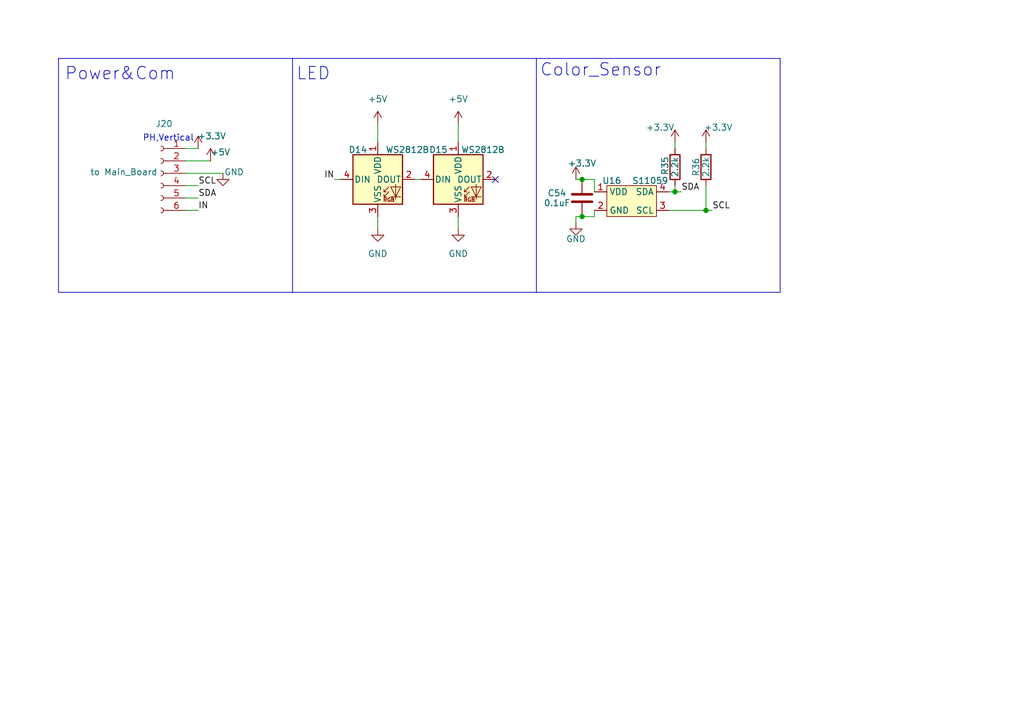
<source format=kicad_sch>
(kicad_sch
	(version 20231120)
	(generator "eeschema")
	(generator_version "8.0")
	(uuid "af9da9f6-09cf-4d17-9933-4f1d5b80b696")
	(paper "A5")
	(lib_symbols
		(symbol "Connector:Conn_01x06_Socket"
			(pin_names
				(offset 1.016) hide)
			(exclude_from_sim no)
			(in_bom yes)
			(on_board yes)
			(property "Reference" "J"
				(at 0 7.62 0)
				(effects
					(font
						(size 1.27 1.27)
					)
				)
			)
			(property "Value" "Conn_01x06_Socket"
				(at 0 -10.16 0)
				(effects
					(font
						(size 1.27 1.27)
					)
				)
			)
			(property "Footprint" ""
				(at 0 0 0)
				(effects
					(font
						(size 1.27 1.27)
					)
					(hide yes)
				)
			)
			(property "Datasheet" "~"
				(at 0 0 0)
				(effects
					(font
						(size 1.27 1.27)
					)
					(hide yes)
				)
			)
			(property "Description" "Generic connector, single row, 01x06, script generated"
				(at 0 0 0)
				(effects
					(font
						(size 1.27 1.27)
					)
					(hide yes)
				)
			)
			(property "ki_locked" ""
				(at 0 0 0)
				(effects
					(font
						(size 1.27 1.27)
					)
				)
			)
			(property "ki_keywords" "connector"
				(at 0 0 0)
				(effects
					(font
						(size 1.27 1.27)
					)
					(hide yes)
				)
			)
			(property "ki_fp_filters" "Connector*:*_1x??_*"
				(at 0 0 0)
				(effects
					(font
						(size 1.27 1.27)
					)
					(hide yes)
				)
			)
			(symbol "Conn_01x06_Socket_1_1"
				(arc
					(start 0 -7.112)
					(mid -0.5058 -7.62)
					(end 0 -8.128)
					(stroke
						(width 0.1524)
						(type default)
					)
					(fill
						(type none)
					)
				)
				(arc
					(start 0 -4.572)
					(mid -0.5058 -5.08)
					(end 0 -5.588)
					(stroke
						(width 0.1524)
						(type default)
					)
					(fill
						(type none)
					)
				)
				(arc
					(start 0 -2.032)
					(mid -0.5058 -2.54)
					(end 0 -3.048)
					(stroke
						(width 0.1524)
						(type default)
					)
					(fill
						(type none)
					)
				)
				(polyline
					(pts
						(xy -1.27 -7.62) (xy -0.508 -7.62)
					)
					(stroke
						(width 0.1524)
						(type default)
					)
					(fill
						(type none)
					)
				)
				(polyline
					(pts
						(xy -1.27 -5.08) (xy -0.508 -5.08)
					)
					(stroke
						(width 0.1524)
						(type default)
					)
					(fill
						(type none)
					)
				)
				(polyline
					(pts
						(xy -1.27 -2.54) (xy -0.508 -2.54)
					)
					(stroke
						(width 0.1524)
						(type default)
					)
					(fill
						(type none)
					)
				)
				(polyline
					(pts
						(xy -1.27 0) (xy -0.508 0)
					)
					(stroke
						(width 0.1524)
						(type default)
					)
					(fill
						(type none)
					)
				)
				(polyline
					(pts
						(xy -1.27 2.54) (xy -0.508 2.54)
					)
					(stroke
						(width 0.1524)
						(type default)
					)
					(fill
						(type none)
					)
				)
				(polyline
					(pts
						(xy -1.27 5.08) (xy -0.508 5.08)
					)
					(stroke
						(width 0.1524)
						(type default)
					)
					(fill
						(type none)
					)
				)
				(arc
					(start 0 0.508)
					(mid -0.5058 0)
					(end 0 -0.508)
					(stroke
						(width 0.1524)
						(type default)
					)
					(fill
						(type none)
					)
				)
				(arc
					(start 0 3.048)
					(mid -0.5058 2.54)
					(end 0 2.032)
					(stroke
						(width 0.1524)
						(type default)
					)
					(fill
						(type none)
					)
				)
				(arc
					(start 0 5.588)
					(mid -0.5058 5.08)
					(end 0 4.572)
					(stroke
						(width 0.1524)
						(type default)
					)
					(fill
						(type none)
					)
				)
				(pin passive line
					(at -5.08 5.08 0)
					(length 3.81)
					(name "Pin_1"
						(effects
							(font
								(size 1.27 1.27)
							)
						)
					)
					(number "1"
						(effects
							(font
								(size 1.27 1.27)
							)
						)
					)
				)
				(pin passive line
					(at -5.08 2.54 0)
					(length 3.81)
					(name "Pin_2"
						(effects
							(font
								(size 1.27 1.27)
							)
						)
					)
					(number "2"
						(effects
							(font
								(size 1.27 1.27)
							)
						)
					)
				)
				(pin passive line
					(at -5.08 0 0)
					(length 3.81)
					(name "Pin_3"
						(effects
							(font
								(size 1.27 1.27)
							)
						)
					)
					(number "3"
						(effects
							(font
								(size 1.27 1.27)
							)
						)
					)
				)
				(pin passive line
					(at -5.08 -2.54 0)
					(length 3.81)
					(name "Pin_4"
						(effects
							(font
								(size 1.27 1.27)
							)
						)
					)
					(number "4"
						(effects
							(font
								(size 1.27 1.27)
							)
						)
					)
				)
				(pin passive line
					(at -5.08 -5.08 0)
					(length 3.81)
					(name "Pin_5"
						(effects
							(font
								(size 1.27 1.27)
							)
						)
					)
					(number "5"
						(effects
							(font
								(size 1.27 1.27)
							)
						)
					)
				)
				(pin passive line
					(at -5.08 -7.62 0)
					(length 3.81)
					(name "Pin_6"
						(effects
							(font
								(size 1.27 1.27)
							)
						)
					)
					(number "6"
						(effects
							(font
								(size 1.27 1.27)
							)
						)
					)
				)
			)
		)
		(symbol "Device:C"
			(pin_numbers hide)
			(pin_names
				(offset 0.254)
			)
			(exclude_from_sim no)
			(in_bom yes)
			(on_board yes)
			(property "Reference" "C"
				(at 0.635 2.54 0)
				(effects
					(font
						(size 1.27 1.27)
					)
					(justify left)
				)
			)
			(property "Value" "C"
				(at 0.635 -2.54 0)
				(effects
					(font
						(size 1.27 1.27)
					)
					(justify left)
				)
			)
			(property "Footprint" ""
				(at 0.9652 -3.81 0)
				(effects
					(font
						(size 1.27 1.27)
					)
					(hide yes)
				)
			)
			(property "Datasheet" "~"
				(at 0 0 0)
				(effects
					(font
						(size 1.27 1.27)
					)
					(hide yes)
				)
			)
			(property "Description" "Unpolarized capacitor"
				(at 0 0 0)
				(effects
					(font
						(size 1.27 1.27)
					)
					(hide yes)
				)
			)
			(property "ki_keywords" "cap capacitor"
				(at 0 0 0)
				(effects
					(font
						(size 1.27 1.27)
					)
					(hide yes)
				)
			)
			(property "ki_fp_filters" "C_*"
				(at 0 0 0)
				(effects
					(font
						(size 1.27 1.27)
					)
					(hide yes)
				)
			)
			(symbol "C_0_1"
				(polyline
					(pts
						(xy -2.032 -0.762) (xy 2.032 -0.762)
					)
					(stroke
						(width 0.508)
						(type default)
					)
					(fill
						(type none)
					)
				)
				(polyline
					(pts
						(xy -2.032 0.762) (xy 2.032 0.762)
					)
					(stroke
						(width 0.508)
						(type default)
					)
					(fill
						(type none)
					)
				)
			)
			(symbol "C_1_1"
				(pin passive line
					(at 0 3.81 270)
					(length 2.794)
					(name "~"
						(effects
							(font
								(size 1.27 1.27)
							)
						)
					)
					(number "1"
						(effects
							(font
								(size 1.27 1.27)
							)
						)
					)
				)
				(pin passive line
					(at 0 -3.81 90)
					(length 2.794)
					(name "~"
						(effects
							(font
								(size 1.27 1.27)
							)
						)
					)
					(number "2"
						(effects
							(font
								(size 1.27 1.27)
							)
						)
					)
				)
			)
		)
		(symbol "Device:R"
			(pin_numbers hide)
			(pin_names
				(offset 0)
			)
			(exclude_from_sim no)
			(in_bom yes)
			(on_board yes)
			(property "Reference" "R"
				(at 2.032 0 90)
				(effects
					(font
						(size 1.27 1.27)
					)
				)
			)
			(property "Value" "R"
				(at 0 0 90)
				(effects
					(font
						(size 1.27 1.27)
					)
				)
			)
			(property "Footprint" ""
				(at -1.778 0 90)
				(effects
					(font
						(size 1.27 1.27)
					)
					(hide yes)
				)
			)
			(property "Datasheet" "~"
				(at 0 0 0)
				(effects
					(font
						(size 1.27 1.27)
					)
					(hide yes)
				)
			)
			(property "Description" "Resistor"
				(at 0 0 0)
				(effects
					(font
						(size 1.27 1.27)
					)
					(hide yes)
				)
			)
			(property "ki_keywords" "R res resistor"
				(at 0 0 0)
				(effects
					(font
						(size 1.27 1.27)
					)
					(hide yes)
				)
			)
			(property "ki_fp_filters" "R_*"
				(at 0 0 0)
				(effects
					(font
						(size 1.27 1.27)
					)
					(hide yes)
				)
			)
			(symbol "R_0_1"
				(rectangle
					(start -1.016 -2.54)
					(end 1.016 2.54)
					(stroke
						(width 0.254)
						(type default)
					)
					(fill
						(type none)
					)
				)
			)
			(symbol "R_1_1"
				(pin passive line
					(at 0 3.81 270)
					(length 1.27)
					(name "~"
						(effects
							(font
								(size 1.27 1.27)
							)
						)
					)
					(number "1"
						(effects
							(font
								(size 1.27 1.27)
							)
						)
					)
				)
				(pin passive line
					(at 0 -3.81 90)
					(length 1.27)
					(name "~"
						(effects
							(font
								(size 1.27 1.27)
							)
						)
					)
					(number "2"
						(effects
							(font
								(size 1.27 1.27)
							)
						)
					)
				)
			)
		)
		(symbol "LED:WS2812B"
			(pin_names
				(offset 0.254)
			)
			(exclude_from_sim no)
			(in_bom yes)
			(on_board yes)
			(property "Reference" "D"
				(at 5.08 5.715 0)
				(effects
					(font
						(size 1.27 1.27)
					)
					(justify right bottom)
				)
			)
			(property "Value" "WS2812B"
				(at 1.27 -5.715 0)
				(effects
					(font
						(size 1.27 1.27)
					)
					(justify left top)
				)
			)
			(property "Footprint" "LED_SMD:LED_WS2812B_PLCC4_5.0x5.0mm_P3.2mm"
				(at 1.27 -7.62 0)
				(effects
					(font
						(size 1.27 1.27)
					)
					(justify left top)
					(hide yes)
				)
			)
			(property "Datasheet" "https://cdn-shop.adafruit.com/datasheets/WS2812B.pdf"
				(at 2.54 -9.525 0)
				(effects
					(font
						(size 1.27 1.27)
					)
					(justify left top)
					(hide yes)
				)
			)
			(property "Description" "RGB LED with integrated controller"
				(at 0 0 0)
				(effects
					(font
						(size 1.27 1.27)
					)
					(hide yes)
				)
			)
			(property "ki_keywords" "RGB LED NeoPixel addressable"
				(at 0 0 0)
				(effects
					(font
						(size 1.27 1.27)
					)
					(hide yes)
				)
			)
			(property "ki_fp_filters" "LED*WS2812*PLCC*5.0x5.0mm*P3.2mm*"
				(at 0 0 0)
				(effects
					(font
						(size 1.27 1.27)
					)
					(hide yes)
				)
			)
			(symbol "WS2812B_0_0"
				(text "RGB"
					(at 2.286 -4.191 0)
					(effects
						(font
							(size 0.762 0.762)
						)
					)
				)
			)
			(symbol "WS2812B_0_1"
				(polyline
					(pts
						(xy 1.27 -3.556) (xy 1.778 -3.556)
					)
					(stroke
						(width 0)
						(type default)
					)
					(fill
						(type none)
					)
				)
				(polyline
					(pts
						(xy 1.27 -2.54) (xy 1.778 -2.54)
					)
					(stroke
						(width 0)
						(type default)
					)
					(fill
						(type none)
					)
				)
				(polyline
					(pts
						(xy 4.699 -3.556) (xy 2.667 -3.556)
					)
					(stroke
						(width 0)
						(type default)
					)
					(fill
						(type none)
					)
				)
				(polyline
					(pts
						(xy 2.286 -2.54) (xy 1.27 -3.556) (xy 1.27 -3.048)
					)
					(stroke
						(width 0)
						(type default)
					)
					(fill
						(type none)
					)
				)
				(polyline
					(pts
						(xy 2.286 -1.524) (xy 1.27 -2.54) (xy 1.27 -2.032)
					)
					(stroke
						(width 0)
						(type default)
					)
					(fill
						(type none)
					)
				)
				(polyline
					(pts
						(xy 3.683 -1.016) (xy 3.683 -3.556) (xy 3.683 -4.064)
					)
					(stroke
						(width 0)
						(type default)
					)
					(fill
						(type none)
					)
				)
				(polyline
					(pts
						(xy 4.699 -1.524) (xy 2.667 -1.524) (xy 3.683 -3.556) (xy 4.699 -1.524)
					)
					(stroke
						(width 0)
						(type default)
					)
					(fill
						(type none)
					)
				)
				(rectangle
					(start 5.08 5.08)
					(end -5.08 -5.08)
					(stroke
						(width 0.254)
						(type default)
					)
					(fill
						(type background)
					)
				)
			)
			(symbol "WS2812B_1_1"
				(pin power_in line
					(at 0 7.62 270)
					(length 2.54)
					(name "VDD"
						(effects
							(font
								(size 1.27 1.27)
							)
						)
					)
					(number "1"
						(effects
							(font
								(size 1.27 1.27)
							)
						)
					)
				)
				(pin output line
					(at 7.62 0 180)
					(length 2.54)
					(name "DOUT"
						(effects
							(font
								(size 1.27 1.27)
							)
						)
					)
					(number "2"
						(effects
							(font
								(size 1.27 1.27)
							)
						)
					)
				)
				(pin power_in line
					(at 0 -7.62 90)
					(length 2.54)
					(name "VSS"
						(effects
							(font
								(size 1.27 1.27)
							)
						)
					)
					(number "3"
						(effects
							(font
								(size 1.27 1.27)
							)
						)
					)
				)
				(pin input line
					(at -7.62 0 0)
					(length 2.54)
					(name "DIN"
						(effects
							(font
								(size 1.27 1.27)
							)
						)
					)
					(number "4"
						(effects
							(font
								(size 1.27 1.27)
							)
						)
					)
				)
			)
		)
		(symbol "S11059:S11059"
			(exclude_from_sim no)
			(in_bom yes)
			(on_board yes)
			(property "Reference" "U"
				(at 0 3.556 0)
				(effects
					(font
						(size 1.27 1.27)
					)
				)
			)
			(property "Value" "S11059"
				(at 0 1.016 0)
				(effects
					(font
						(size 1.27 1.27)
					)
				)
			)
			(property "Footprint" ""
				(at 0 0 0)
				(effects
					(font
						(size 1.27 1.27)
					)
					(hide yes)
				)
			)
			(property "Datasheet" ""
				(at 0 0 0)
				(effects
					(font
						(size 1.27 1.27)
					)
					(hide yes)
				)
			)
			(property "Description" ""
				(at 0 0 0)
				(effects
					(font
						(size 1.27 1.27)
					)
					(hide yes)
				)
			)
			(symbol "S11059_1_1"
				(polyline
					(pts
						(xy -5.08 0) (xy -5.08 -6.35) (xy 5.08 -6.35) (xy 5.08 0) (xy -5.08 0)
					)
					(stroke
						(width 0)
						(type default)
					)
					(fill
						(type background)
					)
				)
				(pin power_in line
					(at -7.62 -1.27 0)
					(length 2.54)
					(name "VDD"
						(effects
							(font
								(size 1.27 1.27)
							)
						)
					)
					(number "1"
						(effects
							(font
								(size 1.27 1.27)
							)
						)
					)
				)
				(pin power_in line
					(at -7.62 -5.08 0)
					(length 2.54)
					(name "GND"
						(effects
							(font
								(size 1.27 1.27)
							)
						)
					)
					(number "2"
						(effects
							(font
								(size 1.27 1.27)
							)
						)
					)
				)
				(pin passive line
					(at 7.62 -5.08 180)
					(length 2.54)
					(name "SCL"
						(effects
							(font
								(size 1.27 1.27)
							)
						)
					)
					(number "3"
						(effects
							(font
								(size 1.27 1.27)
							)
						)
					)
				)
				(pin passive line
					(at 7.62 -1.27 180)
					(length 2.54)
					(name "SDA"
						(effects
							(font
								(size 1.27 1.27)
							)
						)
					)
					(number "4"
						(effects
							(font
								(size 1.27 1.27)
							)
						)
					)
				)
			)
		)
		(symbol "power:+3.3V"
			(power)
			(pin_numbers hide)
			(pin_names
				(offset 0) hide)
			(exclude_from_sim no)
			(in_bom yes)
			(on_board yes)
			(property "Reference" "#PWR"
				(at 0 -3.81 0)
				(effects
					(font
						(size 1.27 1.27)
					)
					(hide yes)
				)
			)
			(property "Value" "+3.3V"
				(at 0 3.556 0)
				(effects
					(font
						(size 1.27 1.27)
					)
				)
			)
			(property "Footprint" ""
				(at 0 0 0)
				(effects
					(font
						(size 1.27 1.27)
					)
					(hide yes)
				)
			)
			(property "Datasheet" ""
				(at 0 0 0)
				(effects
					(font
						(size 1.27 1.27)
					)
					(hide yes)
				)
			)
			(property "Description" "Power symbol creates a global label with name \"+3.3V\""
				(at 0 0 0)
				(effects
					(font
						(size 1.27 1.27)
					)
					(hide yes)
				)
			)
			(property "ki_keywords" "global power"
				(at 0 0 0)
				(effects
					(font
						(size 1.27 1.27)
					)
					(hide yes)
				)
			)
			(symbol "+3.3V_0_1"
				(polyline
					(pts
						(xy -0.762 1.27) (xy 0 2.54)
					)
					(stroke
						(width 0)
						(type default)
					)
					(fill
						(type none)
					)
				)
				(polyline
					(pts
						(xy 0 0) (xy 0 2.54)
					)
					(stroke
						(width 0)
						(type default)
					)
					(fill
						(type none)
					)
				)
				(polyline
					(pts
						(xy 0 2.54) (xy 0.762 1.27)
					)
					(stroke
						(width 0)
						(type default)
					)
					(fill
						(type none)
					)
				)
			)
			(symbol "+3.3V_1_1"
				(pin power_in line
					(at 0 0 90)
					(length 0)
					(name "~"
						(effects
							(font
								(size 1.27 1.27)
							)
						)
					)
					(number "1"
						(effects
							(font
								(size 1.27 1.27)
							)
						)
					)
				)
			)
		)
		(symbol "power:+5V"
			(power)
			(pin_numbers hide)
			(pin_names
				(offset 0) hide)
			(exclude_from_sim no)
			(in_bom yes)
			(on_board yes)
			(property "Reference" "#PWR"
				(at 0 -3.81 0)
				(effects
					(font
						(size 1.27 1.27)
					)
					(hide yes)
				)
			)
			(property "Value" "+5V"
				(at 0 3.556 0)
				(effects
					(font
						(size 1.27 1.27)
					)
				)
			)
			(property "Footprint" ""
				(at 0 0 0)
				(effects
					(font
						(size 1.27 1.27)
					)
					(hide yes)
				)
			)
			(property "Datasheet" ""
				(at 0 0 0)
				(effects
					(font
						(size 1.27 1.27)
					)
					(hide yes)
				)
			)
			(property "Description" "Power symbol creates a global label with name \"+5V\""
				(at 0 0 0)
				(effects
					(font
						(size 1.27 1.27)
					)
					(hide yes)
				)
			)
			(property "ki_keywords" "global power"
				(at 0 0 0)
				(effects
					(font
						(size 1.27 1.27)
					)
					(hide yes)
				)
			)
			(symbol "+5V_0_1"
				(polyline
					(pts
						(xy -0.762 1.27) (xy 0 2.54)
					)
					(stroke
						(width 0)
						(type default)
					)
					(fill
						(type none)
					)
				)
				(polyline
					(pts
						(xy 0 0) (xy 0 2.54)
					)
					(stroke
						(width 0)
						(type default)
					)
					(fill
						(type none)
					)
				)
				(polyline
					(pts
						(xy 0 2.54) (xy 0.762 1.27)
					)
					(stroke
						(width 0)
						(type default)
					)
					(fill
						(type none)
					)
				)
			)
			(symbol "+5V_1_1"
				(pin power_in line
					(at 0 0 90)
					(length 0)
					(name "~"
						(effects
							(font
								(size 1.27 1.27)
							)
						)
					)
					(number "1"
						(effects
							(font
								(size 1.27 1.27)
							)
						)
					)
				)
			)
		)
		(symbol "power:GND"
			(power)
			(pin_numbers hide)
			(pin_names
				(offset 0) hide)
			(exclude_from_sim no)
			(in_bom yes)
			(on_board yes)
			(property "Reference" "#PWR"
				(at 0 -6.35 0)
				(effects
					(font
						(size 1.27 1.27)
					)
					(hide yes)
				)
			)
			(property "Value" "GND"
				(at 0 -3.81 0)
				(effects
					(font
						(size 1.27 1.27)
					)
				)
			)
			(property "Footprint" ""
				(at 0 0 0)
				(effects
					(font
						(size 1.27 1.27)
					)
					(hide yes)
				)
			)
			(property "Datasheet" ""
				(at 0 0 0)
				(effects
					(font
						(size 1.27 1.27)
					)
					(hide yes)
				)
			)
			(property "Description" "Power symbol creates a global label with name \"GND\" , ground"
				(at 0 0 0)
				(effects
					(font
						(size 1.27 1.27)
					)
					(hide yes)
				)
			)
			(property "ki_keywords" "global power"
				(at 0 0 0)
				(effects
					(font
						(size 1.27 1.27)
					)
					(hide yes)
				)
			)
			(symbol "GND_0_1"
				(polyline
					(pts
						(xy 0 0) (xy 0 -1.27) (xy 1.27 -1.27) (xy 0 -2.54) (xy -1.27 -1.27) (xy 0 -1.27)
					)
					(stroke
						(width 0)
						(type default)
					)
					(fill
						(type none)
					)
				)
			)
			(symbol "GND_1_1"
				(pin power_in line
					(at 0 0 270)
					(length 0)
					(name "~"
						(effects
							(font
								(size 1.27 1.27)
							)
						)
					)
					(number "1"
						(effects
							(font
								(size 1.27 1.27)
							)
						)
					)
				)
			)
		)
	)
	(junction
		(at 119.38 36.83)
		(diameter 0)
		(color 0 0 0 0)
		(uuid "510862b1-ebe2-4bd4-94ea-1129d59eb9dc")
	)
	(junction
		(at 144.78 43.18)
		(diameter 0)
		(color 0 0 0 0)
		(uuid "6b194ede-ba08-4dc9-9266-61f25429f47b")
	)
	(junction
		(at 138.43 39.37)
		(diameter 0)
		(color 0 0 0 0)
		(uuid "9897196c-5f86-400c-a2f7-aa41a28c623c")
	)
	(junction
		(at 119.38 44.45)
		(diameter 0)
		(color 0 0 0 0)
		(uuid "ccf0a6cb-5e83-434c-b3c4-dbd72cea9969")
	)
	(no_connect
		(at 101.6 36.83)
		(uuid "f4039308-5eed-4fb9-b47a-d268c9dfbcef")
	)
	(wire
		(pts
			(xy 93.98 25.4) (xy 93.98 29.21)
		)
		(stroke
			(width 0)
			(type default)
		)
		(uuid "013d6ac2-adb0-4b54-b6ad-f158b68cc48c")
	)
	(wire
		(pts
			(xy 144.78 38.1) (xy 144.78 43.18)
		)
		(stroke
			(width 0)
			(type default)
		)
		(uuid "040aa7c1-026f-4589-ab2a-15acdcb1dbe8")
	)
	(wire
		(pts
			(xy 93.98 44.45) (xy 93.98 46.99)
		)
		(stroke
			(width 0)
			(type default)
		)
		(uuid "0ed23640-0fae-4f6b-8f12-a1b6a588134c")
	)
	(wire
		(pts
			(xy 118.11 45.72) (xy 118.11 44.45)
		)
		(stroke
			(width 0)
			(type default)
		)
		(uuid "0f1238bb-647c-4511-8999-6d86ad122452")
	)
	(polyline
		(pts
			(xy 60 12) (xy 110 12)
		)
		(stroke
			(width 0)
			(type default)
		)
		(uuid "1649fdd5-43b2-430f-bc79-4684cc34f9c1")
	)
	(wire
		(pts
			(xy 77.47 44.45) (xy 77.47 46.99)
		)
		(stroke
			(width 0)
			(type default)
		)
		(uuid "1cb31bf2-6bcc-40dc-bd3b-c9c8639cdecb")
	)
	(wire
		(pts
			(xy 138.43 29.21) (xy 138.43 30.48)
		)
		(stroke
			(width 0)
			(type default)
		)
		(uuid "21972c23-dadf-42a7-a08a-8513f6e64967")
	)
	(wire
		(pts
			(xy 138.43 39.37) (xy 137.16 39.37)
		)
		(stroke
			(width 0)
			(type default)
		)
		(uuid "2fbb0cfd-50de-4349-82a7-fa907f5b943c")
	)
	(polyline
		(pts
			(xy 60 60) (xy 12 60)
		)
		(stroke
			(width 0)
			(type default)
		)
		(uuid "34c35bbb-1e47-48ae-a7c2-50a7a0ddd178")
	)
	(wire
		(pts
			(xy 118.11 36.83) (xy 119.38 36.83)
		)
		(stroke
			(width 0)
			(type default)
		)
		(uuid "37926fe6-733f-4a4e-9190-e378bafb7d49")
	)
	(wire
		(pts
			(xy 121.92 44.45) (xy 121.92 43.18)
		)
		(stroke
			(width 0)
			(type default)
		)
		(uuid "42c8ded7-98b0-40b3-b722-b4096e91c27b")
	)
	(wire
		(pts
			(xy 77.47 25.4) (xy 77.47 29.21)
		)
		(stroke
			(width 0)
			(type default)
		)
		(uuid "4c426f79-6d01-4ddf-8b27-3641f199a53f")
	)
	(wire
		(pts
			(xy 121.92 36.83) (xy 121.92 39.37)
		)
		(stroke
			(width 0)
			(type default)
		)
		(uuid "54832a61-6ea6-46a5-9bbf-fca24e1e7209")
	)
	(polyline
		(pts
			(xy 110 60) (xy 160 60)
		)
		(stroke
			(width 0)
			(type default)
		)
		(uuid "57c711e6-3f15-4665-b656-55b1b78f45b6")
	)
	(polyline
		(pts
			(xy 110 60) (xy 60 60)
		)
		(stroke
			(width 0)
			(type default)
		)
		(uuid "75665d55-e3d6-4806-ac7d-d2b077e1e43c")
	)
	(wire
		(pts
			(xy 85.09 36.83) (xy 86.36 36.83)
		)
		(stroke
			(width 0)
			(type default)
		)
		(uuid "83895213-dae3-4b2b-a71a-89f20939be76")
	)
	(polyline
		(pts
			(xy 110 12) (xy 160 12)
		)
		(stroke
			(width 0)
			(type default)
		)
		(uuid "87537bbf-bec9-4b6f-9b49-1284a2727d79")
	)
	(polyline
		(pts
			(xy 110 12) (xy 110 60)
		)
		(stroke
			(width 0)
			(type default)
		)
		(uuid "8acbc5d4-0706-4c5c-a86c-22f1033fcc4e")
	)
	(wire
		(pts
			(xy 38.1 33.02) (xy 43.18 33.02)
		)
		(stroke
			(width 0)
			(type default)
		)
		(uuid "8f61aa2d-5717-466c-8d7d-62cb89febfd1")
	)
	(wire
		(pts
			(xy 68.58 36.83) (xy 69.85 36.83)
		)
		(stroke
			(width 0)
			(type default)
		)
		(uuid "92d1b5ac-d5ce-42a5-b5da-9013481860f9")
	)
	(wire
		(pts
			(xy 38.1 43.18) (xy 40.64 43.18)
		)
		(stroke
			(width 0)
			(type default)
		)
		(uuid "a62c549d-6aba-434f-a66a-43bf51c0f156")
	)
	(wire
		(pts
			(xy 137.16 43.18) (xy 144.78 43.18)
		)
		(stroke
			(width 0)
			(type default)
		)
		(uuid "a66a4ecc-f327-4a80-a435-18f4c60494fe")
	)
	(wire
		(pts
			(xy 119.38 44.45) (xy 121.92 44.45)
		)
		(stroke
			(width 0)
			(type default)
		)
		(uuid "a677492e-2146-43a4-8b93-fd7d307b22af")
	)
	(polyline
		(pts
			(xy 12 12) (xy 60 12)
		)
		(stroke
			(width 0)
			(type default)
		)
		(uuid "a6b26a2b-9d1a-4773-bdc8-bd4f130ed177")
	)
	(wire
		(pts
			(xy 144.78 30.48) (xy 144.78 29.21)
		)
		(stroke
			(width 0)
			(type default)
		)
		(uuid "a74f9fe1-a9e2-40cc-ab12-8b06fd46f35f")
	)
	(wire
		(pts
			(xy 38.1 38.1) (xy 40.64 38.1)
		)
		(stroke
			(width 0)
			(type default)
		)
		(uuid "acee0471-f245-4a4b-9fcd-db51bccc4871")
	)
	(wire
		(pts
			(xy 38.1 35.56) (xy 45.72 35.56)
		)
		(stroke
			(width 0)
			(type default)
		)
		(uuid "ad0d0d12-1c28-4ced-a051-0ef371ec4fc5")
	)
	(polyline
		(pts
			(xy 12 60) (xy 12 12)
		)
		(stroke
			(width 0)
			(type default)
		)
		(uuid "ad79827d-3904-495e-8d38-97c296cafae0")
	)
	(polyline
		(pts
			(xy 160 12) (xy 160 60)
		)
		(stroke
			(width 0)
			(type default)
		)
		(uuid "bbc49174-0674-4067-b812-efb12529116b")
	)
	(wire
		(pts
			(xy 146.05 43.18) (xy 144.78 43.18)
		)
		(stroke
			(width 0)
			(type default)
		)
		(uuid "c068a7af-c52a-4286-927c-d1b6fbb68e7f")
	)
	(polyline
		(pts
			(xy 60 12) (xy 60 60)
		)
		(stroke
			(width 0)
			(type default)
		)
		(uuid "da970e12-619d-41ba-85fa-810084e35ed1")
	)
	(wire
		(pts
			(xy 38.1 30.48) (xy 40.64 30.48)
		)
		(stroke
			(width 0)
			(type default)
		)
		(uuid "dd93385a-b028-40de-80fd-ef60256a0b39")
	)
	(wire
		(pts
			(xy 138.43 39.37) (xy 138.43 38.1)
		)
		(stroke
			(width 0)
			(type default)
		)
		(uuid "ec5b705d-b05d-4e98-8be0-08d9edbbbf9f")
	)
	(wire
		(pts
			(xy 118.11 44.45) (xy 119.38 44.45)
		)
		(stroke
			(width 0)
			(type default)
		)
		(uuid "ed1f9f61-0577-40dc-820e-e5916b30218b")
	)
	(wire
		(pts
			(xy 119.38 36.83) (xy 121.92 36.83)
		)
		(stroke
			(width 0)
			(type default)
		)
		(uuid "f4496ac3-450e-4cce-9fca-5548847b251e")
	)
	(wire
		(pts
			(xy 138.43 39.37) (xy 139.7 39.37)
		)
		(stroke
			(width 0)
			(type default)
		)
		(uuid "f75c6052-682a-4cf6-9b73-359136803c4e")
	)
	(wire
		(pts
			(xy 38.1 40.64) (xy 40.64 40.64)
		)
		(stroke
			(width 0)
			(type default)
		)
		(uuid "fa873bf2-35ee-4686-a363-1a95074589cb")
	)
	(text "Color_Sensor"
		(exclude_from_sim no)
		(at 123.19 14.478 0)
		(effects
			(font
				(size 2.54 2.54)
			)
		)
		(uuid "551b4593-4d3c-4cb4-9cd5-afc0439fec51")
	)
	(text "LED"
		(exclude_from_sim no)
		(at 64.262 15.24 0)
		(effects
			(font
				(size 2.54 2.54)
			)
		)
		(uuid "953536cb-4438-4634-b18b-47d36511e240")
	)
	(text "Power&Com"
		(exclude_from_sim no)
		(at 24.638 15.24 0)
		(effects
			(font
				(size 2.54 2.54)
			)
		)
		(uuid "a5c3d730-95fd-4540-87b3-ba1bd94305a4")
	)
	(text "PH,Vertical"
		(exclude_from_sim no)
		(at 34.544 28.448 0)
		(effects
			(font
				(size 1.27 1.27)
			)
		)
		(uuid "bd9bb859-af86-4d40-82b5-ffd337a25df6")
	)
	(label "IN"
		(at 68.58 36.83 180)
		(fields_autoplaced yes)
		(effects
			(font
				(size 1.27 1.27)
			)
			(justify right bottom)
		)
		(uuid "3c9be309-559d-44bf-9759-e7776c799d95")
	)
	(label "SCL"
		(at 40.64 38.1 0)
		(fields_autoplaced yes)
		(effects
			(font
				(size 1.27 1.27)
			)
			(justify left bottom)
		)
		(uuid "4bc2de3b-8bc2-4f46-9065-5940857a0c92")
	)
	(label "SCL"
		(at 146.05 43.18 0)
		(fields_autoplaced yes)
		(effects
			(font
				(size 1.27 1.27)
			)
			(justify left bottom)
		)
		(uuid "77423559-64b6-4c1b-9976-827be6c3a2db")
	)
	(label "SDA"
		(at 139.7 39.37 0)
		(fields_autoplaced yes)
		(effects
			(font
				(size 1.27 1.27)
			)
			(justify left bottom)
		)
		(uuid "98ed901c-2f67-48ef-a142-de7b78550b06")
	)
	(label "IN"
		(at 40.64 43.18 0)
		(fields_autoplaced yes)
		(effects
			(font
				(size 1.27 1.27)
			)
			(justify left bottom)
		)
		(uuid "a90076aa-6cc0-447a-808e-3b2ed3e63148")
	)
	(label "SDA"
		(at 40.64 40.64 0)
		(fields_autoplaced yes)
		(effects
			(font
				(size 1.27 1.27)
			)
			(justify left bottom)
		)
		(uuid "cda157ce-0181-4f53-b932-da3b594aac56")
	)
	(symbol
		(lib_id "power:+3.3V")
		(at 138.43 29.21 0)
		(unit 1)
		(exclude_from_sim no)
		(in_bom yes)
		(on_board yes)
		(dnp no)
		(uuid "0156dd57-969d-4d4c-a93e-c22a24702d90")
		(property "Reference" "#PWR0139"
			(at 138.43 33.02 0)
			(effects
				(font
					(size 1.27 1.27)
				)
				(hide yes)
			)
		)
		(property "Value" "+3.3V"
			(at 135.382 26.162 0)
			(effects
				(font
					(size 1.27 1.27)
				)
			)
		)
		(property "Footprint" ""
			(at 138.43 29.21 0)
			(effects
				(font
					(size 1.27 1.27)
				)
				(hide yes)
			)
		)
		(property "Datasheet" ""
			(at 138.43 29.21 0)
			(effects
				(font
					(size 1.27 1.27)
				)
				(hide yes)
			)
		)
		(property "Description" "Power symbol creates a global label with name \"+3.3V\""
			(at 138.43 29.21 0)
			(effects
				(font
					(size 1.27 1.27)
				)
				(hide yes)
			)
		)
		(pin "1"
			(uuid "d2b17a5a-0b69-41e7-a319-8ca0d51c1b5e")
		)
		(instances
			(project ""
				(path "/b87cc2f7-3ac1-4af1-9a0e-9dfc79f9f7c4/4ccb1d87-a2eb-4440-a04b-5921d3896f33"
					(reference "#PWR0139")
					(unit 1)
				)
			)
		)
	)
	(symbol
		(lib_id "power:+5V")
		(at 77.47 25.4 0)
		(unit 1)
		(exclude_from_sim no)
		(in_bom yes)
		(on_board yes)
		(dnp no)
		(fields_autoplaced yes)
		(uuid "38411862-160a-473e-a5e9-919c904cc7b3")
		(property "Reference" "#PWR0137"
			(at 77.47 29.21 0)
			(effects
				(font
					(size 1.27 1.27)
				)
				(hide yes)
			)
		)
		(property "Value" "+5V"
			(at 77.47 20.32 0)
			(effects
				(font
					(size 1.27 1.27)
				)
			)
		)
		(property "Footprint" ""
			(at 77.47 25.4 0)
			(effects
				(font
					(size 1.27 1.27)
				)
				(hide yes)
			)
		)
		(property "Datasheet" ""
			(at 77.47 25.4 0)
			(effects
				(font
					(size 1.27 1.27)
				)
				(hide yes)
			)
		)
		(property "Description" "Power symbol creates a global label with name \"+5V\""
			(at 77.47 25.4 0)
			(effects
				(font
					(size 1.27 1.27)
				)
				(hide yes)
			)
		)
		(pin "1"
			(uuid "71c8bc91-50db-41e6-b621-ff0c29ee26e1")
		)
		(instances
			(project "Final"
				(path "/b87cc2f7-3ac1-4af1-9a0e-9dfc79f9f7c4/4ccb1d87-a2eb-4440-a04b-5921d3896f33"
					(reference "#PWR0137")
					(unit 1)
				)
			)
		)
	)
	(symbol
		(lib_id "power:+5V")
		(at 93.98 25.4 0)
		(unit 1)
		(exclude_from_sim no)
		(in_bom yes)
		(on_board yes)
		(dnp no)
		(fields_autoplaced yes)
		(uuid "3a258e0a-2601-4eb9-9e9c-5aad5ff88fe9")
		(property "Reference" "#PWR0138"
			(at 93.98 29.21 0)
			(effects
				(font
					(size 1.27 1.27)
				)
				(hide yes)
			)
		)
		(property "Value" "+5V"
			(at 93.98 20.32 0)
			(effects
				(font
					(size 1.27 1.27)
				)
			)
		)
		(property "Footprint" ""
			(at 93.98 25.4 0)
			(effects
				(font
					(size 1.27 1.27)
				)
				(hide yes)
			)
		)
		(property "Datasheet" ""
			(at 93.98 25.4 0)
			(effects
				(font
					(size 1.27 1.27)
				)
				(hide yes)
			)
		)
		(property "Description" "Power symbol creates a global label with name \"+5V\""
			(at 93.98 25.4 0)
			(effects
				(font
					(size 1.27 1.27)
				)
				(hide yes)
			)
		)
		(pin "1"
			(uuid "e4e58a2c-5877-44f5-a76e-35fd3a85174f")
		)
		(instances
			(project "Final"
				(path "/b87cc2f7-3ac1-4af1-9a0e-9dfc79f9f7c4/4ccb1d87-a2eb-4440-a04b-5921d3896f33"
					(reference "#PWR0138")
					(unit 1)
				)
			)
		)
	)
	(symbol
		(lib_id "power:+5V")
		(at 43.18 33.02 0)
		(unit 1)
		(exclude_from_sim no)
		(in_bom yes)
		(on_board yes)
		(dnp no)
		(uuid "3a6732ca-419c-4316-af8e-6d5c4b1f36a4")
		(property "Reference" "#PWR0142"
			(at 43.18 36.83 0)
			(effects
				(font
					(size 1.27 1.27)
				)
				(hide yes)
			)
		)
		(property "Value" "+5V"
			(at 45.212 31.242 0)
			(effects
				(font
					(size 1.27 1.27)
				)
			)
		)
		(property "Footprint" ""
			(at 43.18 33.02 0)
			(effects
				(font
					(size 1.27 1.27)
				)
				(hide yes)
			)
		)
		(property "Datasheet" ""
			(at 43.18 33.02 0)
			(effects
				(font
					(size 1.27 1.27)
				)
				(hide yes)
			)
		)
		(property "Description" "Power symbol creates a global label with name \"+5V\""
			(at 43.18 33.02 0)
			(effects
				(font
					(size 1.27 1.27)
				)
				(hide yes)
			)
		)
		(pin "1"
			(uuid "f2c46f92-fa80-417c-a02f-700cb8b96ac4")
		)
		(instances
			(project "Final"
				(path "/b87cc2f7-3ac1-4af1-9a0e-9dfc79f9f7c4/4ccb1d87-a2eb-4440-a04b-5921d3896f33"
					(reference "#PWR0142")
					(unit 1)
				)
			)
		)
	)
	(symbol
		(lib_id "power:GND")
		(at 45.72 35.56 0)
		(unit 1)
		(exclude_from_sim no)
		(in_bom yes)
		(on_board yes)
		(dnp no)
		(uuid "4b1c1219-d033-4d63-85e6-744c980049b9")
		(property "Reference" "#PWR0143"
			(at 45.72 41.91 0)
			(effects
				(font
					(size 1.27 1.27)
				)
				(hide yes)
			)
		)
		(property "Value" "GND"
			(at 48.006 35.306 0)
			(effects
				(font
					(size 1.27 1.27)
				)
			)
		)
		(property "Footprint" ""
			(at 45.72 35.56 0)
			(effects
				(font
					(size 1.27 1.27)
				)
				(hide yes)
			)
		)
		(property "Datasheet" ""
			(at 45.72 35.56 0)
			(effects
				(font
					(size 1.27 1.27)
				)
				(hide yes)
			)
		)
		(property "Description" "Power symbol creates a global label with name \"GND\" , ground"
			(at 45.72 35.56 0)
			(effects
				(font
					(size 1.27 1.27)
				)
				(hide yes)
			)
		)
		(pin "1"
			(uuid "ecdfb497-75d0-4b05-8c3f-4a5f1c4a751c")
		)
		(instances
			(project "Final"
				(path "/b87cc2f7-3ac1-4af1-9a0e-9dfc79f9f7c4/4ccb1d87-a2eb-4440-a04b-5921d3896f33"
					(reference "#PWR0143")
					(unit 1)
				)
			)
		)
	)
	(symbol
		(lib_id "power:GND")
		(at 77.47 46.99 0)
		(unit 1)
		(exclude_from_sim no)
		(in_bom yes)
		(on_board yes)
		(dnp no)
		(fields_autoplaced yes)
		(uuid "50d99746-ee30-4b28-ab79-fa33e1a6e751")
		(property "Reference" "#PWR0146"
			(at 77.47 53.34 0)
			(effects
				(font
					(size 1.27 1.27)
				)
				(hide yes)
			)
		)
		(property "Value" "GND"
			(at 77.47 52.07 0)
			(effects
				(font
					(size 1.27 1.27)
				)
			)
		)
		(property "Footprint" ""
			(at 77.47 46.99 0)
			(effects
				(font
					(size 1.27 1.27)
				)
				(hide yes)
			)
		)
		(property "Datasheet" ""
			(at 77.47 46.99 0)
			(effects
				(font
					(size 1.27 1.27)
				)
				(hide yes)
			)
		)
		(property "Description" "Power symbol creates a global label with name \"GND\" , ground"
			(at 77.47 46.99 0)
			(effects
				(font
					(size 1.27 1.27)
				)
				(hide yes)
			)
		)
		(pin "1"
			(uuid "4a8e80f0-abd5-4fb3-91d3-4897dbbd570c")
		)
		(instances
			(project "Final"
				(path "/b87cc2f7-3ac1-4af1-9a0e-9dfc79f9f7c4/4ccb1d87-a2eb-4440-a04b-5921d3896f33"
					(reference "#PWR0146")
					(unit 1)
				)
			)
		)
	)
	(symbol
		(lib_id "Device:C")
		(at 119.38 40.64 0)
		(unit 1)
		(exclude_from_sim no)
		(in_bom yes)
		(on_board yes)
		(dnp no)
		(uuid "611705e5-021a-460c-8564-b6d14a45609c")
		(property "Reference" "C54"
			(at 112.268 39.624 0)
			(effects
				(font
					(size 1.27 1.27)
				)
				(justify left)
			)
		)
		(property "Value" "0.1uF"
			(at 111.506 41.656 0)
			(effects
				(font
					(size 1.27 1.27)
				)
				(justify left)
			)
		)
		(property "Footprint" "Capacitor_SMD:C_0603_1608Metric"
			(at 120.3452 44.45 0)
			(effects
				(font
					(size 1.27 1.27)
				)
				(hide yes)
			)
		)
		(property "Datasheet" "~"
			(at 119.38 40.64 0)
			(effects
				(font
					(size 1.27 1.27)
				)
				(hide yes)
			)
		)
		(property "Description" "Unpolarized capacitor"
			(at 119.38 40.64 0)
			(effects
				(font
					(size 1.27 1.27)
				)
				(hide yes)
			)
		)
		(pin "2"
			(uuid "b8b1f3e0-26d5-4897-846d-043fed8a245f")
		)
		(pin "1"
			(uuid "e872964a-7a96-48c3-a9d5-bfdf21a9bc3e")
		)
		(instances
			(project "Final"
				(path "/b87cc2f7-3ac1-4af1-9a0e-9dfc79f9f7c4/4ccb1d87-a2eb-4440-a04b-5921d3896f33"
					(reference "C54")
					(unit 1)
				)
			)
		)
	)
	(symbol
		(lib_id "Connector:Conn_01x06_Socket")
		(at 33.02 35.56 0)
		(mirror y)
		(unit 1)
		(exclude_from_sim no)
		(in_bom yes)
		(on_board yes)
		(dnp no)
		(uuid "6e88a007-a2f5-4200-8848-f4316d9cd629")
		(property "Reference" "J20"
			(at 33.655 25.4 0)
			(effects
				(font
					(size 1.27 1.27)
				)
			)
		)
		(property "Value" "to Main_Board"
			(at 25.4 35.306 0)
			(effects
				(font
					(size 1.27 1.27)
				)
			)
		)
		(property "Footprint" "Connector_PinHeader_2.54mm:PinHeader_1x06_P2.54mm_Vertical"
			(at 33.02 35.56 0)
			(effects
				(font
					(size 1.27 1.27)
				)
				(hide yes)
			)
		)
		(property "Datasheet" "~"
			(at 33.02 35.56 0)
			(effects
				(font
					(size 1.27 1.27)
				)
				(hide yes)
			)
		)
		(property "Description" "Generic connector, single row, 01x06, script generated"
			(at 33.02 35.56 0)
			(effects
				(font
					(size 1.27 1.27)
				)
				(hide yes)
			)
		)
		(pin "1"
			(uuid "c26ca5a7-6371-4f3b-8741-c20daeb7dc65")
		)
		(pin "2"
			(uuid "c9406a9f-b495-4318-9cd4-2abb7dad8075")
		)
		(pin "3"
			(uuid "0275d6b0-1770-4a27-bfb1-31580443aaab")
		)
		(pin "5"
			(uuid "7168b73a-12dc-4ae6-b44b-628b6f759f1c")
		)
		(pin "6"
			(uuid "06886365-5c89-4ebd-b796-edc760adb2dc")
		)
		(pin "4"
			(uuid "0c500c7c-81b1-4ef3-a2de-10699fa2f553")
		)
		(instances
			(project ""
				(path "/b87cc2f7-3ac1-4af1-9a0e-9dfc79f9f7c4/4ccb1d87-a2eb-4440-a04b-5921d3896f33"
					(reference "J20")
					(unit 1)
				)
			)
		)
	)
	(symbol
		(lib_id "power:GND")
		(at 93.98 46.99 0)
		(unit 1)
		(exclude_from_sim no)
		(in_bom yes)
		(on_board yes)
		(dnp no)
		(fields_autoplaced yes)
		(uuid "96c598f6-4024-49e6-962b-6c7689a10294")
		(property "Reference" "#PWR0147"
			(at 93.98 53.34 0)
			(effects
				(font
					(size 1.27 1.27)
				)
				(hide yes)
			)
		)
		(property "Value" "GND"
			(at 93.98 52.07 0)
			(effects
				(font
					(size 1.27 1.27)
				)
			)
		)
		(property "Footprint" ""
			(at 93.98 46.99 0)
			(effects
				(font
					(size 1.27 1.27)
				)
				(hide yes)
			)
		)
		(property "Datasheet" ""
			(at 93.98 46.99 0)
			(effects
				(font
					(size 1.27 1.27)
				)
				(hide yes)
			)
		)
		(property "Description" "Power symbol creates a global label with name \"GND\" , ground"
			(at 93.98 46.99 0)
			(effects
				(font
					(size 1.27 1.27)
				)
				(hide yes)
			)
		)
		(pin "1"
			(uuid "1559f012-40d5-4a91-8ce0-f6cfe94a5345")
		)
		(instances
			(project "Final"
				(path "/b87cc2f7-3ac1-4af1-9a0e-9dfc79f9f7c4/4ccb1d87-a2eb-4440-a04b-5921d3896f33"
					(reference "#PWR0147")
					(unit 1)
				)
			)
		)
	)
	(symbol
		(lib_id "power:GND")
		(at 118.11 45.72 0)
		(unit 1)
		(exclude_from_sim no)
		(in_bom yes)
		(on_board yes)
		(dnp no)
		(uuid "9c60825e-baa6-46ec-8b24-54ba718aa9d4")
		(property "Reference" "#PWR0145"
			(at 118.11 52.07 0)
			(effects
				(font
					(size 1.27 1.27)
				)
				(hide yes)
			)
		)
		(property "Value" "GND"
			(at 118.11 49.022 0)
			(effects
				(font
					(size 1.27 1.27)
				)
			)
		)
		(property "Footprint" ""
			(at 118.11 45.72 0)
			(effects
				(font
					(size 1.27 1.27)
				)
				(hide yes)
			)
		)
		(property "Datasheet" ""
			(at 118.11 45.72 0)
			(effects
				(font
					(size 1.27 1.27)
				)
				(hide yes)
			)
		)
		(property "Description" "Power symbol creates a global label with name \"GND\" , ground"
			(at 118.11 45.72 0)
			(effects
				(font
					(size 1.27 1.27)
				)
				(hide yes)
			)
		)
		(pin "1"
			(uuid "22d6e522-516a-42b1-94da-fac47c02fb34")
		)
		(instances
			(project "Final"
				(path "/b87cc2f7-3ac1-4af1-9a0e-9dfc79f9f7c4/4ccb1d87-a2eb-4440-a04b-5921d3896f33"
					(reference "#PWR0145")
					(unit 1)
				)
			)
		)
	)
	(symbol
		(lib_id "power:+3.3V")
		(at 40.64 30.48 0)
		(unit 1)
		(exclude_from_sim no)
		(in_bom yes)
		(on_board yes)
		(dnp no)
		(uuid "9eda5166-0736-4aac-94de-979523859919")
		(property "Reference" "#PWR0141"
			(at 40.64 34.29 0)
			(effects
				(font
					(size 1.27 1.27)
				)
				(hide yes)
			)
		)
		(property "Value" "+3.3V"
			(at 43.434 27.94 0)
			(effects
				(font
					(size 1.27 1.27)
				)
			)
		)
		(property "Footprint" ""
			(at 40.64 30.48 0)
			(effects
				(font
					(size 1.27 1.27)
				)
				(hide yes)
			)
		)
		(property "Datasheet" ""
			(at 40.64 30.48 0)
			(effects
				(font
					(size 1.27 1.27)
				)
				(hide yes)
			)
		)
		(property "Description" "Power symbol creates a global label with name \"+3.3V\""
			(at 40.64 30.48 0)
			(effects
				(font
					(size 1.27 1.27)
				)
				(hide yes)
			)
		)
		(pin "1"
			(uuid "349ca416-195b-4b7d-91c8-398b0e21cf75")
		)
		(instances
			(project "Final"
				(path "/b87cc2f7-3ac1-4af1-9a0e-9dfc79f9f7c4/4ccb1d87-a2eb-4440-a04b-5921d3896f33"
					(reference "#PWR0141")
					(unit 1)
				)
			)
		)
	)
	(symbol
		(lib_id "power:+3.3V")
		(at 118.11 36.83 0)
		(unit 1)
		(exclude_from_sim no)
		(in_bom yes)
		(on_board yes)
		(dnp no)
		(uuid "a619f8e1-661c-468e-b58d-d82eb8ecdfae")
		(property "Reference" "#PWR0144"
			(at 118.11 40.64 0)
			(effects
				(font
					(size 1.27 1.27)
				)
				(hide yes)
			)
		)
		(property "Value" "+3.3V"
			(at 119.38 33.528 0)
			(effects
				(font
					(size 1.27 1.27)
				)
			)
		)
		(property "Footprint" ""
			(at 118.11 36.83 0)
			(effects
				(font
					(size 1.27 1.27)
				)
				(hide yes)
			)
		)
		(property "Datasheet" ""
			(at 118.11 36.83 0)
			(effects
				(font
					(size 1.27 1.27)
				)
				(hide yes)
			)
		)
		(property "Description" "Power symbol creates a global label with name \"+3.3V\""
			(at 118.11 36.83 0)
			(effects
				(font
					(size 1.27 1.27)
				)
				(hide yes)
			)
		)
		(pin "1"
			(uuid "55b57e9d-1d18-4e58-9743-1eec8aeba1ed")
		)
		(instances
			(project "Final"
				(path "/b87cc2f7-3ac1-4af1-9a0e-9dfc79f9f7c4/4ccb1d87-a2eb-4440-a04b-5921d3896f33"
					(reference "#PWR0144")
					(unit 1)
				)
			)
		)
	)
	(symbol
		(lib_id "power:+3.3V")
		(at 144.78 29.21 0)
		(unit 1)
		(exclude_from_sim no)
		(in_bom yes)
		(on_board yes)
		(dnp no)
		(uuid "cece6f8d-07c8-4628-9ba3-70c6a1a1698f")
		(property "Reference" "#PWR0140"
			(at 144.78 33.02 0)
			(effects
				(font
					(size 1.27 1.27)
				)
				(hide yes)
			)
		)
		(property "Value" "+3.3V"
			(at 147.32 26.162 0)
			(effects
				(font
					(size 1.27 1.27)
				)
			)
		)
		(property "Footprint" ""
			(at 144.78 29.21 0)
			(effects
				(font
					(size 1.27 1.27)
				)
				(hide yes)
			)
		)
		(property "Datasheet" ""
			(at 144.78 29.21 0)
			(effects
				(font
					(size 1.27 1.27)
				)
				(hide yes)
			)
		)
		(property "Description" "Power symbol creates a global label with name \"+3.3V\""
			(at 144.78 29.21 0)
			(effects
				(font
					(size 1.27 1.27)
				)
				(hide yes)
			)
		)
		(pin "1"
			(uuid "684a9244-2522-4281-9d42-35530608099c")
		)
		(instances
			(project "Final"
				(path "/b87cc2f7-3ac1-4af1-9a0e-9dfc79f9f7c4/4ccb1d87-a2eb-4440-a04b-5921d3896f33"
					(reference "#PWR0140")
					(unit 1)
				)
			)
		)
	)
	(symbol
		(lib_id "LED:WS2812B")
		(at 93.98 36.83 0)
		(unit 1)
		(exclude_from_sim no)
		(in_bom yes)
		(on_board yes)
		(dnp no)
		(uuid "e4e40140-b242-44f7-957d-b2e58e3a5de8")
		(property "Reference" "D15"
			(at 89.916 30.734 0)
			(effects
				(font
					(size 1.27 1.27)
				)
			)
		)
		(property "Value" "WS2812B"
			(at 99.06 30.734 0)
			(effects
				(font
					(size 1.27 1.27)
				)
			)
		)
		(property "Footprint" "LED_SMD:LED_WS2812B_PLCC4_5.0x5.0mm_P3.2mm"
			(at 95.25 44.45 0)
			(effects
				(font
					(size 1.27 1.27)
				)
				(justify left top)
				(hide yes)
			)
		)
		(property "Datasheet" "https://cdn-shop.adafruit.com/datasheets/WS2812B.pdf"
			(at 96.52 46.355 0)
			(effects
				(font
					(size 1.27 1.27)
				)
				(justify left top)
				(hide yes)
			)
		)
		(property "Description" "RGB LED with integrated controller"
			(at 93.98 36.83 0)
			(effects
				(font
					(size 1.27 1.27)
				)
				(hide yes)
			)
		)
		(pin "2"
			(uuid "4f6df7f1-fb79-4088-ab1e-219a61b0912b")
		)
		(pin "4"
			(uuid "0e739c46-3810-423c-9adf-0e5069e67cdb")
		)
		(pin "1"
			(uuid "ba3a1cf0-9851-4ae4-91c6-4e61acf9b887")
		)
		(pin "3"
			(uuid "e9698180-5dfc-4757-aa56-9186ac9d0005")
		)
		(instances
			(project "Final"
				(path "/b87cc2f7-3ac1-4af1-9a0e-9dfc79f9f7c4/4ccb1d87-a2eb-4440-a04b-5921d3896f33"
					(reference "D15")
					(unit 1)
				)
			)
		)
	)
	(symbol
		(lib_id "S11059:S11059")
		(at 129.54 38.1 0)
		(unit 1)
		(exclude_from_sim no)
		(in_bom yes)
		(on_board yes)
		(dnp no)
		(uuid "e6365b5b-958f-470a-962a-945f1b2c5f1c")
		(property "Reference" "U16"
			(at 125.476 37.084 0)
			(effects
				(font
					(size 1.27 1.27)
				)
			)
		)
		(property "Value" "S11059"
			(at 133.35 37.084 0)
			(effects
				(font
					(size 1.27 1.27)
				)
			)
		)
		(property "Footprint" "S11059:S11059"
			(at 129.54 38.1 0)
			(effects
				(font
					(size 1.27 1.27)
				)
				(hide yes)
			)
		)
		(property "Datasheet" ""
			(at 129.54 38.1 0)
			(effects
				(font
					(size 1.27 1.27)
				)
				(hide yes)
			)
		)
		(property "Description" ""
			(at 129.54 38.1 0)
			(effects
				(font
					(size 1.27 1.27)
				)
				(hide yes)
			)
		)
		(pin "2"
			(uuid "41fac14d-8ad8-45fe-a729-a439b9bbe7ca")
		)
		(pin "3"
			(uuid "774e1bd2-b64c-4650-840a-90919fc17e14")
		)
		(pin "4"
			(uuid "d0d02e3f-e6d6-4ab6-9a2d-fca34f10da47")
		)
		(pin "1"
			(uuid "2895fe3b-d118-47a6-8199-51358014732b")
		)
		(instances
			(project "Final"
				(path "/b87cc2f7-3ac1-4af1-9a0e-9dfc79f9f7c4/4ccb1d87-a2eb-4440-a04b-5921d3896f33"
					(reference "U16")
					(unit 1)
				)
			)
		)
	)
	(symbol
		(lib_id "LED:WS2812B")
		(at 77.47 36.83 0)
		(unit 1)
		(exclude_from_sim no)
		(in_bom yes)
		(on_board yes)
		(dnp no)
		(uuid "e794ce95-3af6-4860-b62c-1be65485adf5")
		(property "Reference" "D14"
			(at 73.406 30.734 0)
			(effects
				(font
					(size 1.27 1.27)
				)
			)
		)
		(property "Value" "WS2812B"
			(at 83.566 30.734 0)
			(effects
				(font
					(size 1.27 1.27)
				)
			)
		)
		(property "Footprint" "LED_SMD:LED_WS2812B_PLCC4_5.0x5.0mm_P3.2mm"
			(at 78.74 44.45 0)
			(effects
				(font
					(size 1.27 1.27)
				)
				(justify left top)
				(hide yes)
			)
		)
		(property "Datasheet" "https://cdn-shop.adafruit.com/datasheets/WS2812B.pdf"
			(at 80.01 46.355 0)
			(effects
				(font
					(size 1.27 1.27)
				)
				(justify left top)
				(hide yes)
			)
		)
		(property "Description" "RGB LED with integrated controller"
			(at 77.47 36.83 0)
			(effects
				(font
					(size 1.27 1.27)
				)
				(hide yes)
			)
		)
		(pin "2"
			(uuid "08961201-5bcd-4581-89f7-2478347b187f")
		)
		(pin "1"
			(uuid "9d256c84-bc9f-4d48-93db-81aecec7b3eb")
		)
		(pin "4"
			(uuid "549593a0-cbcd-42bb-8d52-e555af6afd5d")
		)
		(pin "3"
			(uuid "c9b87f21-a630-45c2-9e8d-4336bebbc195")
		)
		(instances
			(project "Final"
				(path "/b87cc2f7-3ac1-4af1-9a0e-9dfc79f9f7c4/4ccb1d87-a2eb-4440-a04b-5921d3896f33"
					(reference "D14")
					(unit 1)
				)
			)
		)
	)
	(symbol
		(lib_id "Device:R")
		(at 144.78 34.29 180)
		(unit 1)
		(exclude_from_sim no)
		(in_bom yes)
		(on_board yes)
		(dnp no)
		(uuid "edcaee79-7e2b-4651-bcac-89c1455e4be3")
		(property "Reference" "R36"
			(at 142.748 34.29 90)
			(effects
				(font
					(size 1.27 1.27)
				)
			)
		)
		(property "Value" "2.2k"
			(at 144.78 34.29 90)
			(effects
				(font
					(size 1.27 1.27)
				)
			)
		)
		(property "Footprint" "Resistor_SMD:R_0603_1608Metric"
			(at 146.558 34.29 90)
			(effects
				(font
					(size 1.27 1.27)
				)
				(hide yes)
			)
		)
		(property "Datasheet" "~"
			(at 144.78 34.29 0)
			(effects
				(font
					(size 1.27 1.27)
				)
				(hide yes)
			)
		)
		(property "Description" "Resistor"
			(at 144.78 34.29 0)
			(effects
				(font
					(size 1.27 1.27)
				)
				(hide yes)
			)
		)
		(pin "1"
			(uuid "70031717-8345-4095-a38f-a86c6fd85e5d")
		)
		(pin "2"
			(uuid "26421271-aafd-437e-b1af-aa204fee7afb")
		)
		(instances
			(project "Final"
				(path "/b87cc2f7-3ac1-4af1-9a0e-9dfc79f9f7c4/4ccb1d87-a2eb-4440-a04b-5921d3896f33"
					(reference "R36")
					(unit 1)
				)
			)
		)
	)
	(symbol
		(lib_id "Device:R")
		(at 138.43 34.29 180)
		(unit 1)
		(exclude_from_sim no)
		(in_bom yes)
		(on_board yes)
		(dnp no)
		(uuid "fd76ddcc-6706-479d-af17-9605941ea2b4")
		(property "Reference" "R35"
			(at 136.398 34.036 90)
			(effects
				(font
					(size 1.27 1.27)
				)
			)
		)
		(property "Value" "2.2k"
			(at 138.43 34.29 90)
			(effects
				(font
					(size 1.27 1.27)
				)
			)
		)
		(property "Footprint" "Resistor_SMD:R_0603_1608Metric"
			(at 140.208 34.29 90)
			(effects
				(font
					(size 1.27 1.27)
				)
				(hide yes)
			)
		)
		(property "Datasheet" "~"
			(at 138.43 34.29 0)
			(effects
				(font
					(size 1.27 1.27)
				)
				(hide yes)
			)
		)
		(property "Description" "Resistor"
			(at 138.43 34.29 0)
			(effects
				(font
					(size 1.27 1.27)
				)
				(hide yes)
			)
		)
		(pin "1"
			(uuid "79325292-7491-46ac-b514-96d89f51fdc8")
		)
		(pin "2"
			(uuid "eeb2f61d-b58a-4d4a-80f1-5ac23e25507e")
		)
		(instances
			(project ""
				(path "/b87cc2f7-3ac1-4af1-9a0e-9dfc79f9f7c4/4ccb1d87-a2eb-4440-a04b-5921d3896f33"
					(reference "R35")
					(unit 1)
				)
			)
		)
	)
)

</source>
